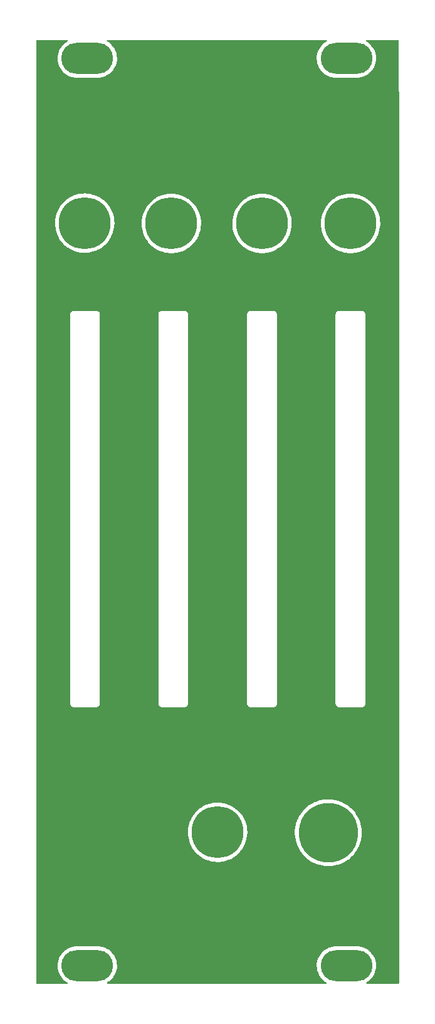
<source format=gbr>
%TF.GenerationSoftware,KiCad,Pcbnew,6.0.11+dfsg-1~bpo11+1*%
%TF.CreationDate,2023-04-14T14:39:14+08:00*%
%TF.ProjectId,MiniMix - Front,4d696e69-4d69-4782-902d-2046726f6e74,rev?*%
%TF.SameCoordinates,Original*%
%TF.FileFunction,Copper,L1,Top*%
%TF.FilePolarity,Positive*%
%FSLAX46Y46*%
G04 Gerber Fmt 4.6, Leading zero omitted, Abs format (unit mm)*
G04 Created by KiCad (PCBNEW 6.0.11+dfsg-1~bpo11+1) date 2023-04-14 14:39:14*
%MOMM*%
%LPD*%
G01*
G04 APERTURE LIST*
%TA.AperFunction,ComponentPad*%
%ADD10C,7.000000*%
%TD*%
%TA.AperFunction,ComponentPad*%
%ADD11C,8.000000*%
%TD*%
%TA.AperFunction,ComponentPad*%
%ADD12O,7.000000X4.200000*%
%TD*%
G04 APERTURE END LIST*
D10*
%TO.P,REF\u002A\u002A,*%
%TO.N,*%
X115000000Y-147500000D03*
%TD*%
%TO.P,REF\u002A\u002A,*%
%TO.N,*%
X97050000Y-65250000D03*
%TD*%
%TO.P,REF\u002A\u002A,*%
%TO.N,*%
X132950000Y-65300000D03*
%TD*%
%TO.P,REF\u002A\u002A,*%
%TO.N,*%
X121000000Y-65300000D03*
%TD*%
D11*
%TO.P,REF\u002A\u002A,*%
%TO.N,*%
X129950000Y-147550000D03*
%TD*%
D10*
%TO.P,REF\u002A\u002A,*%
%TO.N,*%
X108750000Y-65300000D03*
%TD*%
D12*
%TO.P,REF\u002A\u002A,*%
%TO.N,*%
X97400000Y-165500000D03*
X132400000Y-165500000D03*
X97400000Y-43000000D03*
X132400000Y-43000000D03*
%TD*%
%TA.AperFunction,NonConductor*%
G36*
X129708471Y-40520002D02*
G01*
X129754964Y-40573658D01*
X129765068Y-40643932D01*
X129735574Y-40708512D01*
X129706186Y-40733432D01*
X129698432Y-40738184D01*
X129584224Y-40808171D01*
X129500983Y-40859181D01*
X129497979Y-40861571D01*
X129497974Y-40861574D01*
X129329370Y-40995688D01*
X129251256Y-41057823D01*
X129027599Y-41285418D01*
X129025254Y-41288474D01*
X128888195Y-41467093D01*
X128833346Y-41538573D01*
X128671393Y-41813515D01*
X128544154Y-42106145D01*
X128453526Y-42412100D01*
X128400860Y-42726819D01*
X128386941Y-43045611D01*
X128411977Y-43363723D01*
X128475594Y-43676412D01*
X128576845Y-43979018D01*
X128714219Y-44267029D01*
X128885669Y-44536151D01*
X128888112Y-44539114D01*
X128888113Y-44539116D01*
X129035016Y-44717323D01*
X129088639Y-44782373D01*
X129320102Y-45002024D01*
X129576609Y-45191829D01*
X129579942Y-45193715D01*
X129579947Y-45193718D01*
X129739104Y-45283765D01*
X129854336Y-45348960D01*
X129857879Y-45350427D01*
X129857884Y-45350430D01*
X130035032Y-45423806D01*
X130149142Y-45471072D01*
X130251532Y-45499467D01*
X130452916Y-45555317D01*
X130452924Y-45555319D01*
X130456632Y-45556347D01*
X130772222Y-45603512D01*
X130775520Y-45603656D01*
X130885090Y-45608440D01*
X130885094Y-45608440D01*
X130886466Y-45608500D01*
X133881047Y-45608500D01*
X134118500Y-45593977D01*
X134122283Y-45593276D01*
X134122290Y-45593275D01*
X134275376Y-45564901D01*
X134432252Y-45535826D01*
X134642300Y-45469598D01*
X134732907Y-45441030D01*
X134732910Y-45441029D01*
X134736579Y-45439872D01*
X134740076Y-45438278D01*
X134740082Y-45438276D01*
X135023436Y-45309145D01*
X135023440Y-45309143D01*
X135026944Y-45307546D01*
X135212694Y-45193718D01*
X135295739Y-45142828D01*
X135295742Y-45142826D01*
X135299017Y-45140819D01*
X135302021Y-45138429D01*
X135302026Y-45138426D01*
X135545733Y-44944572D01*
X135548744Y-44942177D01*
X135772401Y-44714582D01*
X135909316Y-44536151D01*
X135964304Y-44464490D01*
X135964306Y-44464486D01*
X135966654Y-44461427D01*
X136128607Y-44186485D01*
X136255846Y-43893855D01*
X136346474Y-43587900D01*
X136399140Y-43273181D01*
X136413059Y-42954389D01*
X136388023Y-42636277D01*
X136324406Y-42323588D01*
X136223155Y-42020982D01*
X136085781Y-41732971D01*
X135914331Y-41463849D01*
X135767244Y-41285418D01*
X135713804Y-41220590D01*
X135713800Y-41220585D01*
X135711361Y-41217627D01*
X135479898Y-40997976D01*
X135223391Y-40808171D01*
X135220058Y-40806285D01*
X135220053Y-40806282D01*
X135095238Y-40735665D01*
X135045799Y-40684711D01*
X135031755Y-40615118D01*
X135057566Y-40548979D01*
X135115036Y-40507294D01*
X135157284Y-40500000D01*
X139366009Y-40500000D01*
X139434130Y-40520002D01*
X139480623Y-40573658D01*
X139492009Y-40625902D01*
X139492472Y-41220590D01*
X139494619Y-43979018D01*
X139500000Y-50894048D01*
X139500000Y-167836500D01*
X139479998Y-167904621D01*
X139426342Y-167951114D01*
X139374076Y-167962499D01*
X135216932Y-167964942D01*
X135148802Y-167944980D01*
X135102277Y-167891352D01*
X135092132Y-167821084D01*
X135121587Y-167756485D01*
X135151025Y-167731509D01*
X135295739Y-167642828D01*
X135295742Y-167642826D01*
X135299017Y-167640819D01*
X135302021Y-167638429D01*
X135302026Y-167638426D01*
X135545733Y-167444572D01*
X135548744Y-167442177D01*
X135772401Y-167214582D01*
X135909316Y-167036151D01*
X135964304Y-166964490D01*
X135964306Y-166964486D01*
X135966654Y-166961427D01*
X136128607Y-166686485D01*
X136255846Y-166393855D01*
X136346474Y-166087900D01*
X136399140Y-165773181D01*
X136413059Y-165454389D01*
X136388023Y-165136277D01*
X136324406Y-164823588D01*
X136223155Y-164520982D01*
X136085781Y-164232971D01*
X135914331Y-163963849D01*
X135767244Y-163785418D01*
X135713804Y-163720590D01*
X135713800Y-163720585D01*
X135711361Y-163717627D01*
X135479898Y-163497976D01*
X135223391Y-163308171D01*
X135220058Y-163306285D01*
X135220053Y-163306282D01*
X135022417Y-163194465D01*
X134945664Y-163151040D01*
X134942121Y-163149573D01*
X134942116Y-163149570D01*
X134723386Y-163058970D01*
X134650858Y-163028928D01*
X134548468Y-163000533D01*
X134347084Y-162944683D01*
X134347076Y-162944681D01*
X134343368Y-162943653D01*
X134027778Y-162896488D01*
X134024480Y-162896344D01*
X133914910Y-162891560D01*
X133914906Y-162891560D01*
X133913534Y-162891500D01*
X130918953Y-162891500D01*
X130681500Y-162906023D01*
X130677717Y-162906724D01*
X130677710Y-162906725D01*
X130524624Y-162935098D01*
X130367748Y-162964174D01*
X130186491Y-163021324D01*
X130067093Y-163058970D01*
X130067090Y-163058971D01*
X130063421Y-163060128D01*
X130059924Y-163061722D01*
X130059918Y-163061724D01*
X129776564Y-163190855D01*
X129776560Y-163190857D01*
X129773056Y-163192454D01*
X129769777Y-163194464D01*
X129769774Y-163194465D01*
X129584224Y-163308171D01*
X129500983Y-163359181D01*
X129497979Y-163361571D01*
X129497974Y-163361574D01*
X129329370Y-163495688D01*
X129251256Y-163557823D01*
X129027599Y-163785418D01*
X129025254Y-163788474D01*
X128888195Y-163967093D01*
X128833346Y-164038573D01*
X128671393Y-164313515D01*
X128544154Y-164606145D01*
X128453526Y-164912100D01*
X128400860Y-165226819D01*
X128386941Y-165545611D01*
X128411977Y-165863723D01*
X128475594Y-166176412D01*
X128576845Y-166479018D01*
X128714219Y-166767029D01*
X128885669Y-167036151D01*
X128888112Y-167039114D01*
X128888113Y-167039116D01*
X129035016Y-167217323D01*
X129088639Y-167282373D01*
X129320102Y-167502024D01*
X129576609Y-167691829D01*
X129579942Y-167693715D01*
X129579947Y-167693718D01*
X129648641Y-167732583D01*
X129698080Y-167783537D01*
X129712124Y-167853130D01*
X129686313Y-167919269D01*
X129628843Y-167960954D01*
X129586669Y-167968248D01*
X100183355Y-167985519D01*
X100115223Y-167965557D01*
X100068698Y-167911929D01*
X100058553Y-167841661D01*
X100088008Y-167777062D01*
X100117446Y-167752086D01*
X100295739Y-167642828D01*
X100295742Y-167642826D01*
X100299017Y-167640819D01*
X100302021Y-167638429D01*
X100302026Y-167638426D01*
X100545733Y-167444572D01*
X100548744Y-167442177D01*
X100772401Y-167214582D01*
X100909316Y-167036151D01*
X100964304Y-166964490D01*
X100964306Y-166964486D01*
X100966654Y-166961427D01*
X101128607Y-166686485D01*
X101255846Y-166393855D01*
X101346474Y-166087900D01*
X101399140Y-165773181D01*
X101413059Y-165454389D01*
X101388023Y-165136277D01*
X101324406Y-164823588D01*
X101223155Y-164520982D01*
X101085781Y-164232971D01*
X100914331Y-163963849D01*
X100767244Y-163785418D01*
X100713804Y-163720590D01*
X100713800Y-163720585D01*
X100711361Y-163717627D01*
X100479898Y-163497976D01*
X100223391Y-163308171D01*
X100220058Y-163306285D01*
X100220053Y-163306282D01*
X100022417Y-163194465D01*
X99945664Y-163151040D01*
X99942121Y-163149573D01*
X99942116Y-163149570D01*
X99723386Y-163058970D01*
X99650858Y-163028928D01*
X99548468Y-163000533D01*
X99347084Y-162944683D01*
X99347076Y-162944681D01*
X99343368Y-162943653D01*
X99027778Y-162896488D01*
X99024480Y-162896344D01*
X98914910Y-162891560D01*
X98914906Y-162891560D01*
X98913534Y-162891500D01*
X95918953Y-162891500D01*
X95681500Y-162906023D01*
X95677717Y-162906724D01*
X95677710Y-162906725D01*
X95524624Y-162935098D01*
X95367748Y-162964174D01*
X95186491Y-163021324D01*
X95067093Y-163058970D01*
X95067090Y-163058971D01*
X95063421Y-163060128D01*
X95059924Y-163061722D01*
X95059918Y-163061724D01*
X94776564Y-163190855D01*
X94776560Y-163190857D01*
X94773056Y-163192454D01*
X94769777Y-163194464D01*
X94769774Y-163194465D01*
X94584224Y-163308171D01*
X94500983Y-163359181D01*
X94497979Y-163361571D01*
X94497974Y-163361574D01*
X94329370Y-163495688D01*
X94251256Y-163557823D01*
X94027599Y-163785418D01*
X94025254Y-163788474D01*
X93888195Y-163967093D01*
X93833346Y-164038573D01*
X93671393Y-164313515D01*
X93544154Y-164606145D01*
X93453526Y-164912100D01*
X93400860Y-165226819D01*
X93386941Y-165545611D01*
X93411977Y-165863723D01*
X93475594Y-166176412D01*
X93576845Y-166479018D01*
X93714219Y-166767029D01*
X93885669Y-167036151D01*
X93888112Y-167039114D01*
X93888113Y-167039116D01*
X94035016Y-167217323D01*
X94088639Y-167282373D01*
X94320102Y-167502024D01*
X94576609Y-167691829D01*
X94579942Y-167693715D01*
X94579947Y-167693718D01*
X94684940Y-167753120D01*
X94734379Y-167804074D01*
X94748423Y-167873667D01*
X94722612Y-167939806D01*
X94665142Y-167981491D01*
X94622969Y-167988785D01*
X90634574Y-167991128D01*
X90566442Y-167971166D01*
X90519917Y-167917538D01*
X90508500Y-167865128D01*
X90508500Y-147443965D01*
X110987057Y-147443965D01*
X110987165Y-147447054D01*
X110996360Y-147710360D01*
X111000741Y-147835827D01*
X111052599Y-148224484D01*
X111142136Y-148606225D01*
X111268496Y-148977407D01*
X111430475Y-149334487D01*
X111626525Y-149674056D01*
X111628314Y-149676554D01*
X111628316Y-149676558D01*
X111838895Y-149970691D01*
X111854776Y-149992874D01*
X111856802Y-149995189D01*
X111856805Y-149995192D01*
X111966040Y-150119970D01*
X112113049Y-150287896D01*
X112398878Y-150556308D01*
X112709536Y-150795546D01*
X112712139Y-150797173D01*
X112712144Y-150797176D01*
X112831576Y-150871805D01*
X113042056Y-151003328D01*
X113393266Y-151177670D01*
X113759812Y-151316907D01*
X114138195Y-151419712D01*
X114436419Y-151470153D01*
X114521783Y-151484591D01*
X114521786Y-151484591D01*
X114524805Y-151485102D01*
X114679444Y-151495916D01*
X114912885Y-151512240D01*
X114912893Y-151512240D01*
X114915951Y-151512454D01*
X115168037Y-151505413D01*
X115304825Y-151501592D01*
X115304828Y-151501592D01*
X115307899Y-151501506D01*
X115310952Y-151501120D01*
X115310956Y-151501120D01*
X115452576Y-151483229D01*
X115696908Y-151452362D01*
X115699912Y-151451680D01*
X115699915Y-151451679D01*
X116076269Y-151366174D01*
X116076275Y-151366172D01*
X116079265Y-151365493D01*
X116082184Y-151364522D01*
X116448396Y-151242700D01*
X116448402Y-151242698D01*
X116451320Y-151241727D01*
X116538484Y-151202919D01*
X116806722Y-151083492D01*
X116806728Y-151083489D01*
X116809522Y-151082245D01*
X116812191Y-151080729D01*
X117147784Y-150890086D01*
X117147790Y-150890083D01*
X117150452Y-150888570D01*
X117290118Y-150790047D01*
X117468342Y-150664323D01*
X117468346Y-150664320D01*
X117470855Y-150662550D01*
X117767674Y-150406344D01*
X117816001Y-150355596D01*
X118035957Y-150124618D01*
X118038074Y-150122395D01*
X118160351Y-149965888D01*
X118277565Y-149815860D01*
X118277567Y-149815857D01*
X118279475Y-149813415D01*
X118489574Y-149482354D01*
X118666363Y-149132370D01*
X118726469Y-148977407D01*
X118807041Y-148769681D01*
X118807044Y-148769672D01*
X118808156Y-148766805D01*
X118913600Y-148389148D01*
X118981688Y-148003004D01*
X118994788Y-147832747D01*
X119004425Y-147707512D01*
X125439433Y-147707512D01*
X125439662Y-147710357D01*
X125439662Y-147710360D01*
X125467465Y-148055910D01*
X125472273Y-148115668D01*
X125541969Y-148519168D01*
X125647949Y-148914691D01*
X125789340Y-149298980D01*
X125790565Y-149301560D01*
X125790568Y-149301567D01*
X125877649Y-149484958D01*
X125964979Y-149668874D01*
X126048911Y-149810796D01*
X126156592Y-149992874D01*
X126173418Y-150021326D01*
X126175080Y-150023630D01*
X126175081Y-150023632D01*
X126244563Y-150119970D01*
X126412944Y-150353436D01*
X126681584Y-150662471D01*
X126977126Y-150945886D01*
X126979344Y-150947656D01*
X126979349Y-150947661D01*
X127049082Y-151003328D01*
X127297139Y-151201349D01*
X127299520Y-151202919D01*
X127628305Y-151419712D01*
X127638989Y-151426757D01*
X127641519Y-151428113D01*
X127641518Y-151428113D01*
X127948340Y-151592630D01*
X127999860Y-151620255D01*
X128376784Y-151780250D01*
X128379522Y-151781129D01*
X128763931Y-151904549D01*
X128763935Y-151904550D01*
X128766657Y-151905424D01*
X128769447Y-151906048D01*
X128769452Y-151906049D01*
X129163477Y-151994125D01*
X129163488Y-151994127D01*
X129166271Y-151994749D01*
X129572335Y-152047487D01*
X129981509Y-152063206D01*
X129984371Y-152063056D01*
X129984372Y-152063056D01*
X130387566Y-152041926D01*
X130387573Y-152041925D01*
X130390422Y-152041776D01*
X130393245Y-152041369D01*
X130393247Y-152041369D01*
X130792889Y-151983780D01*
X130792896Y-151983779D01*
X130795711Y-151983373D01*
X131194038Y-151888478D01*
X131196736Y-151887570D01*
X131196743Y-151887568D01*
X131579414Y-151758785D01*
X131579420Y-151758783D01*
X131582126Y-151757872D01*
X131956779Y-151592630D01*
X132314914Y-151394113D01*
X132537712Y-151242700D01*
X132651198Y-151165575D01*
X132651200Y-151165573D01*
X132653583Y-151163954D01*
X132753057Y-151082245D01*
X132967779Y-150905870D01*
X132967783Y-150905867D01*
X132969998Y-150904047D01*
X132972036Y-150902038D01*
X132972043Y-150902031D01*
X133213093Y-150664323D01*
X133261555Y-150616533D01*
X133441062Y-150404116D01*
X133524008Y-150305963D01*
X133524013Y-150305957D01*
X133525854Y-150303778D01*
X133760719Y-149968356D01*
X133964217Y-149613027D01*
X134091743Y-149334487D01*
X134133485Y-149243316D01*
X134133488Y-149243307D01*
X134134674Y-149240718D01*
X134270685Y-148854492D01*
X134371133Y-148457528D01*
X134381964Y-148389148D01*
X134434743Y-148055910D01*
X134435189Y-148053095D01*
X134462326Y-147644520D01*
X134463316Y-147550000D01*
X134444741Y-147140947D01*
X134433067Y-147055720D01*
X134389556Y-146738087D01*
X134389169Y-146735260D01*
X134297057Y-146336280D01*
X134279733Y-146283590D01*
X134170057Y-145950005D01*
X134170054Y-145949998D01*
X134169164Y-145947290D01*
X134006542Y-145571492D01*
X133810529Y-145211980D01*
X133730190Y-145091971D01*
X133584332Y-144874090D01*
X133584324Y-144874079D01*
X133582740Y-144871713D01*
X133325049Y-144553491D01*
X133148806Y-144372256D01*
X133041567Y-144261980D01*
X133041563Y-144261976D01*
X133039577Y-144259934D01*
X133037419Y-144258084D01*
X133037409Y-144258075D01*
X132730849Y-143995321D01*
X132730844Y-143995317D01*
X132728675Y-143993458D01*
X132726344Y-143991801D01*
X132726337Y-143991796D01*
X132520663Y-143845632D01*
X132394900Y-143756257D01*
X132168345Y-143624399D01*
X132043474Y-143551722D01*
X132043469Y-143551719D01*
X132041001Y-143550283D01*
X131806846Y-143441095D01*
X131672487Y-143378442D01*
X131672477Y-143378438D01*
X131669891Y-143377232D01*
X131667194Y-143376261D01*
X131287314Y-143239495D01*
X131287305Y-143239492D01*
X131284624Y-143238527D01*
X131022247Y-143170183D01*
X130891140Y-143136032D01*
X130891134Y-143136031D01*
X130888371Y-143135311D01*
X130484395Y-143068433D01*
X130481552Y-143068224D01*
X130481550Y-143068224D01*
X130078865Y-143038653D01*
X130076019Y-143038444D01*
X129906043Y-143041411D01*
X129669458Y-143045540D01*
X129669453Y-143045540D01*
X129666607Y-143045590D01*
X129663774Y-143045898D01*
X129663770Y-143045898D01*
X129334896Y-143081625D01*
X129259527Y-143089813D01*
X128858130Y-143170749D01*
X128855402Y-143171562D01*
X128855391Y-143171565D01*
X128542867Y-143264733D01*
X128465721Y-143287731D01*
X128463060Y-143288795D01*
X128463058Y-143288796D01*
X128238927Y-143378442D01*
X128085529Y-143439797D01*
X128082982Y-143441095D01*
X127723227Y-143624399D01*
X127723222Y-143624402D01*
X127720684Y-143625695D01*
X127718265Y-143627218D01*
X127718262Y-143627220D01*
X127547436Y-143734795D01*
X127374189Y-143843894D01*
X127048896Y-144092599D01*
X126747483Y-144369763D01*
X126472430Y-144673104D01*
X126470706Y-144675391D01*
X126470705Y-144675393D01*
X126284329Y-144922723D01*
X126226002Y-145000125D01*
X126010227Y-145348135D01*
X126008947Y-145350691D01*
X126008942Y-145350700D01*
X125876163Y-145615854D01*
X125826881Y-145714269D01*
X125825840Y-145716925D01*
X125825837Y-145716932D01*
X125735561Y-145947290D01*
X125677473Y-146095513D01*
X125676681Y-146098240D01*
X125676677Y-146098251D01*
X125606715Y-146339063D01*
X125563233Y-146488729D01*
X125485101Y-146890681D01*
X125443721Y-147298060D01*
X125439433Y-147707512D01*
X119004425Y-147707512D01*
X119011619Y-147614013D01*
X119011619Y-147614002D01*
X119011769Y-147612059D01*
X119013334Y-147500000D01*
X119010594Y-147443965D01*
X118994330Y-147111440D01*
X118994180Y-147108367D01*
X118936901Y-146720473D01*
X118842043Y-146340019D01*
X118710512Y-145970637D01*
X118543564Y-145615854D01*
X118541997Y-145613225D01*
X118541992Y-145613216D01*
X118344361Y-145281689D01*
X118342791Y-145279055D01*
X118340977Y-145276595D01*
X118340972Y-145276587D01*
X118111933Y-144965926D01*
X118111931Y-144965923D01*
X118110111Y-144963455D01*
X117847744Y-144672068D01*
X117558195Y-144407673D01*
X117244228Y-144172795D01*
X117196015Y-144143596D01*
X116911467Y-143971267D01*
X116911458Y-143971262D01*
X116908839Y-143969676D01*
X116555229Y-143800255D01*
X116552339Y-143799203D01*
X116552334Y-143799201D01*
X116189674Y-143667204D01*
X116189671Y-143667203D01*
X116186775Y-143666149D01*
X115910563Y-143595229D01*
X115809977Y-143569403D01*
X115809974Y-143569402D01*
X115806993Y-143568637D01*
X115419508Y-143508651D01*
X115028018Y-143486764D01*
X115024939Y-143486893D01*
X115024936Y-143486893D01*
X114769188Y-143497612D01*
X114636261Y-143503183D01*
X114633217Y-143503611D01*
X114633215Y-143503611D01*
X114422778Y-143533186D01*
X114247976Y-143557753D01*
X113866869Y-143649953D01*
X113496579Y-143778902D01*
X113140638Y-143943369D01*
X112802446Y-144141785D01*
X112642444Y-144258033D01*
X112487711Y-144370453D01*
X112487705Y-144370458D01*
X112485230Y-144372256D01*
X112482944Y-144374285D01*
X112482941Y-144374288D01*
X112403123Y-144445154D01*
X112192017Y-144632583D01*
X112189938Y-144634828D01*
X112189931Y-144634835D01*
X111968379Y-144874090D01*
X111925608Y-144920279D01*
X111688544Y-145232599D01*
X111483089Y-145566562D01*
X111311203Y-145918980D01*
X111310131Y-145921864D01*
X111310130Y-145921865D01*
X111300675Y-145947290D01*
X111174527Y-146286489D01*
X111074367Y-146665581D01*
X111011677Y-147052638D01*
X111011483Y-147055718D01*
X111011483Y-147055720D01*
X111007978Y-147111440D01*
X110987057Y-147443965D01*
X90508500Y-147443965D01*
X90508500Y-130169721D01*
X95091024Y-130169721D01*
X95093491Y-130178352D01*
X95099150Y-130198153D01*
X95102728Y-130214915D01*
X95106920Y-130244187D01*
X95110634Y-130252355D01*
X95110634Y-130252356D01*
X95117548Y-130267562D01*
X95123996Y-130285086D01*
X95131051Y-130309771D01*
X95135843Y-130317365D01*
X95135844Y-130317368D01*
X95146830Y-130334780D01*
X95154969Y-130349863D01*
X95167208Y-130376782D01*
X95173069Y-130383584D01*
X95183970Y-130396235D01*
X95195073Y-130411239D01*
X95208776Y-130432958D01*
X95215501Y-130438897D01*
X95215504Y-130438901D01*
X95230938Y-130452532D01*
X95242982Y-130464724D01*
X95256427Y-130480327D01*
X95256430Y-130480329D01*
X95262287Y-130487127D01*
X95269816Y-130492007D01*
X95269817Y-130492008D01*
X95283835Y-130501094D01*
X95298709Y-130512385D01*
X95311217Y-130523431D01*
X95317951Y-130529378D01*
X95344711Y-130541942D01*
X95359691Y-130550263D01*
X95376983Y-130561471D01*
X95376988Y-130561473D01*
X95384515Y-130566352D01*
X95393108Y-130568922D01*
X95393113Y-130568924D01*
X95409120Y-130573711D01*
X95426564Y-130580372D01*
X95441676Y-130587467D01*
X95441678Y-130587468D01*
X95449800Y-130591281D01*
X95458667Y-130592662D01*
X95458668Y-130592662D01*
X95461353Y-130593080D01*
X95479017Y-130595830D01*
X95495732Y-130599613D01*
X95515466Y-130605515D01*
X95515472Y-130605516D01*
X95524066Y-130608086D01*
X95533037Y-130608141D01*
X95533038Y-130608141D01*
X95543097Y-130608202D01*
X95558506Y-130608296D01*
X95559289Y-130608329D01*
X95560386Y-130608500D01*
X95591377Y-130608500D01*
X95592147Y-130608502D01*
X95665785Y-130608952D01*
X95665786Y-130608952D01*
X95669721Y-130608976D01*
X95671065Y-130608592D01*
X95672410Y-130608500D01*
X98591377Y-130608500D01*
X98592148Y-130608502D01*
X98669721Y-130608976D01*
X98698152Y-130600850D01*
X98714915Y-130597272D01*
X98715753Y-130597152D01*
X98744187Y-130593080D01*
X98767564Y-130582451D01*
X98785087Y-130576004D01*
X98809771Y-130568949D01*
X98817365Y-130564157D01*
X98817368Y-130564156D01*
X98834780Y-130553170D01*
X98849865Y-130545030D01*
X98876782Y-130532792D01*
X98896235Y-130516030D01*
X98911239Y-130504927D01*
X98932958Y-130491224D01*
X98938897Y-130484499D01*
X98938901Y-130484496D01*
X98952532Y-130469062D01*
X98964724Y-130457018D01*
X98980327Y-130443573D01*
X98980329Y-130443570D01*
X98987127Y-130437713D01*
X99001094Y-130416165D01*
X99012385Y-130401291D01*
X99023431Y-130388783D01*
X99023432Y-130388782D01*
X99029378Y-130382049D01*
X99041943Y-130355287D01*
X99050263Y-130340309D01*
X99061471Y-130323017D01*
X99061473Y-130323012D01*
X99066352Y-130315485D01*
X99068922Y-130306892D01*
X99068924Y-130306887D01*
X99073711Y-130290880D01*
X99080372Y-130273436D01*
X99087467Y-130258324D01*
X99087468Y-130258322D01*
X99091281Y-130250200D01*
X99095830Y-130220983D01*
X99099613Y-130204268D01*
X99105515Y-130184534D01*
X99105516Y-130184528D01*
X99108086Y-130175934D01*
X99108124Y-130169721D01*
X106991024Y-130169721D01*
X106993491Y-130178352D01*
X106999150Y-130198153D01*
X107002728Y-130214915D01*
X107006920Y-130244187D01*
X107010634Y-130252355D01*
X107010634Y-130252356D01*
X107017548Y-130267562D01*
X107023996Y-130285086D01*
X107031051Y-130309771D01*
X107035843Y-130317365D01*
X107035844Y-130317368D01*
X107046830Y-130334780D01*
X107054969Y-130349863D01*
X107067208Y-130376782D01*
X107073069Y-130383584D01*
X107083970Y-130396235D01*
X107095073Y-130411239D01*
X107108776Y-130432958D01*
X107115501Y-130438897D01*
X107115504Y-130438901D01*
X107130938Y-130452532D01*
X107142982Y-130464724D01*
X107156427Y-130480327D01*
X107156430Y-130480329D01*
X107162287Y-130487127D01*
X107169816Y-130492007D01*
X107169817Y-130492008D01*
X107183835Y-130501094D01*
X107198709Y-130512385D01*
X107211217Y-130523431D01*
X107217951Y-130529378D01*
X107244711Y-130541942D01*
X107259691Y-130550263D01*
X107276983Y-130561471D01*
X107276988Y-130561473D01*
X107284515Y-130566352D01*
X107293108Y-130568922D01*
X107293113Y-130568924D01*
X107309120Y-130573711D01*
X107326564Y-130580372D01*
X107341676Y-130587467D01*
X107341678Y-130587468D01*
X107349800Y-130591281D01*
X107358667Y-130592662D01*
X107358668Y-130592662D01*
X107361353Y-130593080D01*
X107379017Y-130595830D01*
X107395732Y-130599613D01*
X107415466Y-130605515D01*
X107415472Y-130605516D01*
X107424066Y-130608086D01*
X107433037Y-130608141D01*
X107433038Y-130608141D01*
X107443097Y-130608202D01*
X107458506Y-130608296D01*
X107459289Y-130608329D01*
X107460386Y-130608500D01*
X107491377Y-130608500D01*
X107492147Y-130608502D01*
X107565785Y-130608952D01*
X107565786Y-130608952D01*
X107569721Y-130608976D01*
X107571065Y-130608592D01*
X107572410Y-130608500D01*
X110491377Y-130608500D01*
X110492148Y-130608502D01*
X110569721Y-130608976D01*
X110598152Y-130600850D01*
X110614915Y-130597272D01*
X110615753Y-130597152D01*
X110644187Y-130593080D01*
X110667564Y-130582451D01*
X110685087Y-130576004D01*
X110709771Y-130568949D01*
X110717365Y-130564157D01*
X110717368Y-130564156D01*
X110734780Y-130553170D01*
X110749865Y-130545030D01*
X110776782Y-130532792D01*
X110796235Y-130516030D01*
X110811239Y-130504927D01*
X110832958Y-130491224D01*
X110838897Y-130484499D01*
X110838901Y-130484496D01*
X110852532Y-130469062D01*
X110864724Y-130457018D01*
X110880327Y-130443573D01*
X110880329Y-130443570D01*
X110887127Y-130437713D01*
X110901094Y-130416165D01*
X110912385Y-130401291D01*
X110923431Y-130388783D01*
X110923432Y-130388782D01*
X110929378Y-130382049D01*
X110941943Y-130355287D01*
X110950263Y-130340309D01*
X110961471Y-130323017D01*
X110961473Y-130323012D01*
X110966352Y-130315485D01*
X110968922Y-130306892D01*
X110968924Y-130306887D01*
X110973711Y-130290880D01*
X110980372Y-130273436D01*
X110987467Y-130258324D01*
X110987468Y-130258322D01*
X110991281Y-130250200D01*
X110995830Y-130220983D01*
X110999613Y-130204268D01*
X111005515Y-130184534D01*
X111005516Y-130184528D01*
X111008086Y-130175934D01*
X111008124Y-130169721D01*
X118991024Y-130169721D01*
X118993491Y-130178352D01*
X118999150Y-130198153D01*
X119002728Y-130214915D01*
X119006920Y-130244187D01*
X119010634Y-130252355D01*
X119010634Y-130252356D01*
X119017548Y-130267562D01*
X119023996Y-130285086D01*
X119031051Y-130309771D01*
X119035843Y-130317365D01*
X119035844Y-130317368D01*
X119046830Y-130334780D01*
X119054969Y-130349863D01*
X119067208Y-130376782D01*
X119073069Y-130383584D01*
X119083970Y-130396235D01*
X119095073Y-130411239D01*
X119108776Y-130432958D01*
X119115501Y-130438897D01*
X119115504Y-130438901D01*
X119130938Y-130452532D01*
X119142982Y-130464724D01*
X119156427Y-130480327D01*
X119156430Y-130480329D01*
X119162287Y-130487127D01*
X119169816Y-130492007D01*
X119169817Y-130492008D01*
X119183835Y-130501094D01*
X119198709Y-130512385D01*
X119211217Y-130523431D01*
X119217951Y-130529378D01*
X119244711Y-130541942D01*
X119259691Y-130550263D01*
X119276983Y-130561471D01*
X119276988Y-130561473D01*
X119284515Y-130566352D01*
X119293108Y-130568922D01*
X119293113Y-130568924D01*
X119309120Y-130573711D01*
X119326564Y-130580372D01*
X119341676Y-130587467D01*
X119341678Y-130587468D01*
X119349800Y-130591281D01*
X119358667Y-130592662D01*
X119358668Y-130592662D01*
X119361353Y-130593080D01*
X119379017Y-130595830D01*
X119395732Y-130599613D01*
X119415466Y-130605515D01*
X119415472Y-130605516D01*
X119424066Y-130608086D01*
X119433037Y-130608141D01*
X119433038Y-130608141D01*
X119443097Y-130608202D01*
X119458506Y-130608296D01*
X119459289Y-130608329D01*
X119460386Y-130608500D01*
X119491377Y-130608500D01*
X119492147Y-130608502D01*
X119565785Y-130608952D01*
X119565786Y-130608952D01*
X119569721Y-130608976D01*
X119571065Y-130608592D01*
X119572410Y-130608500D01*
X122491377Y-130608500D01*
X122492148Y-130608502D01*
X122569721Y-130608976D01*
X122598152Y-130600850D01*
X122614915Y-130597272D01*
X122615753Y-130597152D01*
X122644187Y-130593080D01*
X122667564Y-130582451D01*
X122685087Y-130576004D01*
X122709771Y-130568949D01*
X122717365Y-130564157D01*
X122717368Y-130564156D01*
X122734780Y-130553170D01*
X122749865Y-130545030D01*
X122776782Y-130532792D01*
X122796235Y-130516030D01*
X122811239Y-130504927D01*
X122832958Y-130491224D01*
X122838897Y-130484499D01*
X122838901Y-130484496D01*
X122852532Y-130469062D01*
X122864724Y-130457018D01*
X122880327Y-130443573D01*
X122880329Y-130443570D01*
X122887127Y-130437713D01*
X122901094Y-130416165D01*
X122912385Y-130401291D01*
X122923431Y-130388783D01*
X122923432Y-130388782D01*
X122929378Y-130382049D01*
X122941943Y-130355287D01*
X122950263Y-130340309D01*
X122961471Y-130323017D01*
X122961473Y-130323012D01*
X122966352Y-130315485D01*
X122968922Y-130306892D01*
X122968924Y-130306887D01*
X122973711Y-130290880D01*
X122980372Y-130273436D01*
X122987467Y-130258324D01*
X122987468Y-130258322D01*
X122991281Y-130250200D01*
X122995830Y-130220983D01*
X122999613Y-130204268D01*
X123005515Y-130184534D01*
X123005516Y-130184528D01*
X123008086Y-130175934D01*
X123008124Y-130169721D01*
X130941024Y-130169721D01*
X130943491Y-130178352D01*
X130949150Y-130198153D01*
X130952728Y-130214915D01*
X130956920Y-130244187D01*
X130960634Y-130252355D01*
X130960634Y-130252356D01*
X130967548Y-130267562D01*
X130973996Y-130285086D01*
X130981051Y-130309771D01*
X130985843Y-130317365D01*
X130985844Y-130317368D01*
X130996830Y-130334780D01*
X131004969Y-130349863D01*
X131017208Y-130376782D01*
X131023069Y-130383584D01*
X131033970Y-130396235D01*
X131045073Y-130411239D01*
X131058776Y-130432958D01*
X131065501Y-130438897D01*
X131065504Y-130438901D01*
X131080938Y-130452532D01*
X131092982Y-130464724D01*
X131106427Y-130480327D01*
X131106430Y-130480329D01*
X131112287Y-130487127D01*
X131119816Y-130492007D01*
X131119817Y-130492008D01*
X131133835Y-130501094D01*
X131148709Y-130512385D01*
X131161217Y-130523431D01*
X131167951Y-130529378D01*
X131194711Y-130541942D01*
X131209691Y-130550263D01*
X131226983Y-130561471D01*
X131226988Y-130561473D01*
X131234515Y-130566352D01*
X131243108Y-130568922D01*
X131243113Y-130568924D01*
X131259120Y-130573711D01*
X131276564Y-130580372D01*
X131291676Y-130587467D01*
X131291678Y-130587468D01*
X131299800Y-130591281D01*
X131308667Y-130592662D01*
X131308668Y-130592662D01*
X131311353Y-130593080D01*
X131329017Y-130595830D01*
X131345732Y-130599613D01*
X131365466Y-130605515D01*
X131365472Y-130605516D01*
X131374066Y-130608086D01*
X131383037Y-130608141D01*
X131383038Y-130608141D01*
X131393097Y-130608202D01*
X131408506Y-130608296D01*
X131409289Y-130608329D01*
X131410386Y-130608500D01*
X131441377Y-130608500D01*
X131442147Y-130608502D01*
X131515785Y-130608952D01*
X131515786Y-130608952D01*
X131519721Y-130608976D01*
X131521065Y-130608592D01*
X131522410Y-130608500D01*
X134441377Y-130608500D01*
X134442148Y-130608502D01*
X134519721Y-130608976D01*
X134548152Y-130600850D01*
X134564915Y-130597272D01*
X134565753Y-130597152D01*
X134594187Y-130593080D01*
X134617564Y-130582451D01*
X134635087Y-130576004D01*
X134659771Y-130568949D01*
X134667365Y-130564157D01*
X134667368Y-130564156D01*
X134684780Y-130553170D01*
X134699865Y-130545030D01*
X134726782Y-130532792D01*
X134746235Y-130516030D01*
X134761239Y-130504927D01*
X134782958Y-130491224D01*
X134788897Y-130484499D01*
X134788901Y-130484496D01*
X134802532Y-130469062D01*
X134814724Y-130457018D01*
X134830327Y-130443573D01*
X134830329Y-130443570D01*
X134837127Y-130437713D01*
X134851094Y-130416165D01*
X134862385Y-130401291D01*
X134873431Y-130388783D01*
X134873432Y-130388782D01*
X134879378Y-130382049D01*
X134891943Y-130355287D01*
X134900263Y-130340309D01*
X134911471Y-130323017D01*
X134911473Y-130323012D01*
X134916352Y-130315485D01*
X134918922Y-130306892D01*
X134918924Y-130306887D01*
X134923711Y-130290880D01*
X134930372Y-130273436D01*
X134937467Y-130258324D01*
X134937468Y-130258322D01*
X134941281Y-130250200D01*
X134945830Y-130220983D01*
X134949613Y-130204268D01*
X134955515Y-130184534D01*
X134955516Y-130184528D01*
X134958086Y-130175934D01*
X134958296Y-130141494D01*
X134958329Y-130140711D01*
X134958500Y-130139614D01*
X134958500Y-130108623D01*
X134958502Y-130107853D01*
X134958952Y-130034215D01*
X134958952Y-130034214D01*
X134958976Y-130030279D01*
X134958592Y-130028935D01*
X134958500Y-130027590D01*
X134958500Y-77608623D01*
X134958502Y-77607853D01*
X134958800Y-77559102D01*
X134958976Y-77530279D01*
X134950850Y-77501847D01*
X134947272Y-77485085D01*
X134944352Y-77464698D01*
X134943080Y-77455813D01*
X134932451Y-77432436D01*
X134926004Y-77414913D01*
X134921416Y-77398862D01*
X134918949Y-77390229D01*
X134914156Y-77382632D01*
X134903170Y-77365220D01*
X134895030Y-77350135D01*
X134892564Y-77344711D01*
X134882792Y-77323218D01*
X134866030Y-77303765D01*
X134854927Y-77288761D01*
X134841224Y-77267042D01*
X134834499Y-77261103D01*
X134834496Y-77261099D01*
X134819062Y-77247468D01*
X134807018Y-77235276D01*
X134793573Y-77219673D01*
X134793570Y-77219671D01*
X134787713Y-77212873D01*
X134774009Y-77203990D01*
X134766165Y-77198906D01*
X134751291Y-77187615D01*
X134738783Y-77176569D01*
X134738782Y-77176568D01*
X134732049Y-77170622D01*
X134705287Y-77158057D01*
X134690309Y-77149737D01*
X134673017Y-77138529D01*
X134673012Y-77138527D01*
X134665485Y-77133648D01*
X134656892Y-77131078D01*
X134656887Y-77131076D01*
X134640880Y-77126289D01*
X134623436Y-77119628D01*
X134608324Y-77112533D01*
X134608322Y-77112532D01*
X134600200Y-77108719D01*
X134591333Y-77107338D01*
X134591332Y-77107338D01*
X134580478Y-77105648D01*
X134570983Y-77104170D01*
X134554268Y-77100387D01*
X134534534Y-77094485D01*
X134534528Y-77094484D01*
X134525934Y-77091914D01*
X134516963Y-77091859D01*
X134516962Y-77091859D01*
X134506903Y-77091798D01*
X134491494Y-77091704D01*
X134490711Y-77091671D01*
X134489614Y-77091500D01*
X134458623Y-77091500D01*
X134457853Y-77091498D01*
X134384215Y-77091048D01*
X134384214Y-77091048D01*
X134380279Y-77091024D01*
X134378935Y-77091408D01*
X134377590Y-77091500D01*
X131458623Y-77091500D01*
X131457853Y-77091498D01*
X131457037Y-77091493D01*
X131380279Y-77091024D01*
X131357918Y-77097415D01*
X131351847Y-77099150D01*
X131335085Y-77102728D01*
X131305813Y-77106920D01*
X131297645Y-77110634D01*
X131297644Y-77110634D01*
X131282438Y-77117548D01*
X131264914Y-77123996D01*
X131240229Y-77131051D01*
X131232635Y-77135843D01*
X131232632Y-77135844D01*
X131215220Y-77146830D01*
X131200137Y-77154969D01*
X131173218Y-77167208D01*
X131166416Y-77173069D01*
X131153765Y-77183970D01*
X131138761Y-77195073D01*
X131117042Y-77208776D01*
X131111103Y-77215501D01*
X131111099Y-77215504D01*
X131097468Y-77230938D01*
X131085276Y-77242982D01*
X131069673Y-77256427D01*
X131069671Y-77256430D01*
X131062873Y-77262287D01*
X131057993Y-77269816D01*
X131057992Y-77269817D01*
X131048906Y-77283835D01*
X131037615Y-77298709D01*
X131026569Y-77311217D01*
X131020622Y-77317951D01*
X131014312Y-77331391D01*
X131008058Y-77344711D01*
X130999737Y-77359691D01*
X130988529Y-77376983D01*
X130988527Y-77376988D01*
X130983648Y-77384515D01*
X130981078Y-77393108D01*
X130981076Y-77393113D01*
X130976289Y-77409120D01*
X130969628Y-77426564D01*
X130962533Y-77441676D01*
X130958719Y-77449800D01*
X130957338Y-77458667D01*
X130957338Y-77458668D01*
X130954170Y-77479015D01*
X130950387Y-77495732D01*
X130944485Y-77515466D01*
X130944484Y-77515472D01*
X130941914Y-77524066D01*
X130941859Y-77533037D01*
X130941859Y-77533038D01*
X130941704Y-77558497D01*
X130941671Y-77559289D01*
X130941500Y-77560386D01*
X130941500Y-77591377D01*
X130941498Y-77592147D01*
X130941024Y-77669721D01*
X130941408Y-77671065D01*
X130941500Y-77672410D01*
X130941500Y-130091377D01*
X130941498Y-130092147D01*
X130941024Y-130169721D01*
X123008124Y-130169721D01*
X123008296Y-130141494D01*
X123008329Y-130140711D01*
X123008500Y-130139614D01*
X123008500Y-130108623D01*
X123008502Y-130107853D01*
X123008952Y-130034215D01*
X123008952Y-130034214D01*
X123008976Y-130030279D01*
X123008592Y-130028935D01*
X123008500Y-130027590D01*
X123008500Y-77608623D01*
X123008502Y-77607853D01*
X123008800Y-77559102D01*
X123008976Y-77530279D01*
X123000850Y-77501847D01*
X122997272Y-77485085D01*
X122994352Y-77464698D01*
X122993080Y-77455813D01*
X122982451Y-77432436D01*
X122976004Y-77414913D01*
X122971416Y-77398862D01*
X122968949Y-77390229D01*
X122964156Y-77382632D01*
X122953170Y-77365220D01*
X122945030Y-77350135D01*
X122942564Y-77344711D01*
X122932792Y-77323218D01*
X122916030Y-77303765D01*
X122904927Y-77288761D01*
X122891224Y-77267042D01*
X122884499Y-77261103D01*
X122884496Y-77261099D01*
X122869062Y-77247468D01*
X122857018Y-77235276D01*
X122843573Y-77219673D01*
X122843570Y-77219671D01*
X122837713Y-77212873D01*
X122824009Y-77203990D01*
X122816165Y-77198906D01*
X122801291Y-77187615D01*
X122788783Y-77176569D01*
X122788782Y-77176568D01*
X122782049Y-77170622D01*
X122755287Y-77158057D01*
X122740309Y-77149737D01*
X122723017Y-77138529D01*
X122723012Y-77138527D01*
X122715485Y-77133648D01*
X122706892Y-77131078D01*
X122706887Y-77131076D01*
X122690880Y-77126289D01*
X122673436Y-77119628D01*
X122658324Y-77112533D01*
X122658322Y-77112532D01*
X122650200Y-77108719D01*
X122641333Y-77107338D01*
X122641332Y-77107338D01*
X122630478Y-77105648D01*
X122620983Y-77104170D01*
X122604268Y-77100387D01*
X122584534Y-77094485D01*
X122584528Y-77094484D01*
X122575934Y-77091914D01*
X122566963Y-77091859D01*
X122566962Y-77091859D01*
X122556903Y-77091798D01*
X122541494Y-77091704D01*
X122540711Y-77091671D01*
X122539614Y-77091500D01*
X122508623Y-77091500D01*
X122507853Y-77091498D01*
X122434215Y-77091048D01*
X122434214Y-77091048D01*
X122430279Y-77091024D01*
X122428935Y-77091408D01*
X122427590Y-77091500D01*
X119508623Y-77091500D01*
X119507853Y-77091498D01*
X119507037Y-77091493D01*
X119430279Y-77091024D01*
X119407918Y-77097415D01*
X119401847Y-77099150D01*
X119385085Y-77102728D01*
X119355813Y-77106920D01*
X119347645Y-77110634D01*
X119347644Y-77110634D01*
X119332438Y-77117548D01*
X119314914Y-77123996D01*
X119290229Y-77131051D01*
X119282635Y-77135843D01*
X119282632Y-77135844D01*
X119265220Y-77146830D01*
X119250137Y-77154969D01*
X119223218Y-77167208D01*
X119216416Y-77173069D01*
X119203765Y-77183970D01*
X119188761Y-77195073D01*
X119167042Y-77208776D01*
X119161103Y-77215501D01*
X119161099Y-77215504D01*
X119147468Y-77230938D01*
X119135276Y-77242982D01*
X119119673Y-77256427D01*
X119119671Y-77256430D01*
X119112873Y-77262287D01*
X119107993Y-77269816D01*
X119107992Y-77269817D01*
X119098906Y-77283835D01*
X119087615Y-77298709D01*
X119076569Y-77311217D01*
X119070622Y-77317951D01*
X119064312Y-77331391D01*
X119058058Y-77344711D01*
X119049737Y-77359691D01*
X119038529Y-77376983D01*
X119038527Y-77376988D01*
X119033648Y-77384515D01*
X119031078Y-77393108D01*
X119031076Y-77393113D01*
X119026289Y-77409120D01*
X119019628Y-77426564D01*
X119012533Y-77441676D01*
X119008719Y-77449800D01*
X119007338Y-77458667D01*
X119007338Y-77458668D01*
X119004170Y-77479015D01*
X119000387Y-77495732D01*
X118994485Y-77515466D01*
X118994484Y-77515472D01*
X118991914Y-77524066D01*
X118991859Y-77533037D01*
X118991859Y-77533038D01*
X118991704Y-77558497D01*
X118991671Y-77559289D01*
X118991500Y-77560386D01*
X118991500Y-77591377D01*
X118991498Y-77592147D01*
X118991024Y-77669721D01*
X118991408Y-77671065D01*
X118991500Y-77672410D01*
X118991500Y-130091377D01*
X118991498Y-130092147D01*
X118991024Y-130169721D01*
X111008124Y-130169721D01*
X111008296Y-130141494D01*
X111008329Y-130140711D01*
X111008500Y-130139614D01*
X111008500Y-130108623D01*
X111008502Y-130107853D01*
X111008952Y-130034215D01*
X111008952Y-130034214D01*
X111008976Y-130030279D01*
X111008592Y-130028935D01*
X111008500Y-130027590D01*
X111008500Y-77608623D01*
X111008502Y-77607853D01*
X111008800Y-77559102D01*
X111008976Y-77530279D01*
X111000850Y-77501847D01*
X110997272Y-77485085D01*
X110994352Y-77464698D01*
X110993080Y-77455813D01*
X110982451Y-77432436D01*
X110976004Y-77414913D01*
X110971416Y-77398862D01*
X110968949Y-77390229D01*
X110964156Y-77382632D01*
X110953170Y-77365220D01*
X110945030Y-77350135D01*
X110942564Y-77344711D01*
X110932792Y-77323218D01*
X110916030Y-77303765D01*
X110904927Y-77288761D01*
X110891224Y-77267042D01*
X110884499Y-77261103D01*
X110884496Y-77261099D01*
X110869062Y-77247468D01*
X110857018Y-77235276D01*
X110843573Y-77219673D01*
X110843570Y-77219671D01*
X110837713Y-77212873D01*
X110824009Y-77203990D01*
X110816165Y-77198906D01*
X110801291Y-77187615D01*
X110788783Y-77176569D01*
X110788782Y-77176568D01*
X110782049Y-77170622D01*
X110755287Y-77158057D01*
X110740309Y-77149737D01*
X110723017Y-77138529D01*
X110723012Y-77138527D01*
X110715485Y-77133648D01*
X110706892Y-77131078D01*
X110706887Y-77131076D01*
X110690880Y-77126289D01*
X110673436Y-77119628D01*
X110658324Y-77112533D01*
X110658322Y-77112532D01*
X110650200Y-77108719D01*
X110641333Y-77107338D01*
X110641332Y-77107338D01*
X110630478Y-77105648D01*
X110620983Y-77104170D01*
X110604268Y-77100387D01*
X110584534Y-77094485D01*
X110584528Y-77094484D01*
X110575934Y-77091914D01*
X110566963Y-77091859D01*
X110566962Y-77091859D01*
X110556903Y-77091798D01*
X110541494Y-77091704D01*
X110540711Y-77091671D01*
X110539614Y-77091500D01*
X110508623Y-77091500D01*
X110507853Y-77091498D01*
X110434215Y-77091048D01*
X110434214Y-77091048D01*
X110430279Y-77091024D01*
X110428935Y-77091408D01*
X110427590Y-77091500D01*
X107508623Y-77091500D01*
X107507853Y-77091498D01*
X107507037Y-77091493D01*
X107430279Y-77091024D01*
X107407918Y-77097415D01*
X107401847Y-77099150D01*
X107385085Y-77102728D01*
X107355813Y-77106920D01*
X107347645Y-77110634D01*
X107347644Y-77110634D01*
X107332438Y-77117548D01*
X107314914Y-77123996D01*
X107290229Y-77131051D01*
X107282635Y-77135843D01*
X107282632Y-77135844D01*
X107265220Y-77146830D01*
X107250137Y-77154969D01*
X107223218Y-77167208D01*
X107216416Y-77173069D01*
X107203765Y-77183970D01*
X107188761Y-77195073D01*
X107167042Y-77208776D01*
X107161103Y-77215501D01*
X107161099Y-77215504D01*
X107147468Y-77230938D01*
X107135276Y-77242982D01*
X107119673Y-77256427D01*
X107119671Y-77256430D01*
X107112873Y-77262287D01*
X107107993Y-77269816D01*
X107107992Y-77269817D01*
X107098906Y-77283835D01*
X107087615Y-77298709D01*
X107076569Y-77311217D01*
X107070622Y-77317951D01*
X107064312Y-77331391D01*
X107058058Y-77344711D01*
X107049737Y-77359691D01*
X107038529Y-77376983D01*
X107038527Y-77376988D01*
X107033648Y-77384515D01*
X107031078Y-77393108D01*
X107031076Y-77393113D01*
X107026289Y-77409120D01*
X107019628Y-77426564D01*
X107012533Y-77441676D01*
X107008719Y-77449800D01*
X107007338Y-77458667D01*
X107007338Y-77458668D01*
X107004170Y-77479015D01*
X107000387Y-77495732D01*
X106994485Y-77515466D01*
X106994484Y-77515472D01*
X106991914Y-77524066D01*
X106991859Y-77533037D01*
X106991859Y-77533038D01*
X106991704Y-77558497D01*
X106991671Y-77559289D01*
X106991500Y-77560386D01*
X106991500Y-77591377D01*
X106991498Y-77592147D01*
X106991024Y-77669721D01*
X106991408Y-77671065D01*
X106991500Y-77672410D01*
X106991500Y-130091377D01*
X106991498Y-130092147D01*
X106991024Y-130169721D01*
X99108124Y-130169721D01*
X99108296Y-130141494D01*
X99108329Y-130140711D01*
X99108500Y-130139614D01*
X99108500Y-130108623D01*
X99108502Y-130107853D01*
X99108952Y-130034215D01*
X99108952Y-130034214D01*
X99108976Y-130030279D01*
X99108592Y-130028935D01*
X99108500Y-130027590D01*
X99108500Y-77608623D01*
X99108502Y-77607853D01*
X99108800Y-77559102D01*
X99108976Y-77530279D01*
X99100850Y-77501847D01*
X99097272Y-77485085D01*
X99094352Y-77464698D01*
X99093080Y-77455813D01*
X99082451Y-77432436D01*
X99076004Y-77414913D01*
X99071416Y-77398862D01*
X99068949Y-77390229D01*
X99064156Y-77382632D01*
X99053170Y-77365220D01*
X99045030Y-77350135D01*
X99042564Y-77344711D01*
X99032792Y-77323218D01*
X99016030Y-77303765D01*
X99004927Y-77288761D01*
X98991224Y-77267042D01*
X98984499Y-77261103D01*
X98984496Y-77261099D01*
X98969062Y-77247468D01*
X98957018Y-77235276D01*
X98943573Y-77219673D01*
X98943570Y-77219671D01*
X98937713Y-77212873D01*
X98924009Y-77203990D01*
X98916165Y-77198906D01*
X98901291Y-77187615D01*
X98888783Y-77176569D01*
X98888782Y-77176568D01*
X98882049Y-77170622D01*
X98855287Y-77158057D01*
X98840309Y-77149737D01*
X98823017Y-77138529D01*
X98823012Y-77138527D01*
X98815485Y-77133648D01*
X98806892Y-77131078D01*
X98806887Y-77131076D01*
X98790880Y-77126289D01*
X98773436Y-77119628D01*
X98758324Y-77112533D01*
X98758322Y-77112532D01*
X98750200Y-77108719D01*
X98741333Y-77107338D01*
X98741332Y-77107338D01*
X98730478Y-77105648D01*
X98720983Y-77104170D01*
X98704268Y-77100387D01*
X98684534Y-77094485D01*
X98684528Y-77094484D01*
X98675934Y-77091914D01*
X98666963Y-77091859D01*
X98666962Y-77091859D01*
X98656903Y-77091798D01*
X98641494Y-77091704D01*
X98640711Y-77091671D01*
X98639614Y-77091500D01*
X98608623Y-77091500D01*
X98607853Y-77091498D01*
X98534215Y-77091048D01*
X98534214Y-77091048D01*
X98530279Y-77091024D01*
X98528935Y-77091408D01*
X98527590Y-77091500D01*
X95608623Y-77091500D01*
X95607853Y-77091498D01*
X95607037Y-77091493D01*
X95530279Y-77091024D01*
X95507918Y-77097415D01*
X95501847Y-77099150D01*
X95485085Y-77102728D01*
X95455813Y-77106920D01*
X95447645Y-77110634D01*
X95447644Y-77110634D01*
X95432438Y-77117548D01*
X95414914Y-77123996D01*
X95390229Y-77131051D01*
X95382635Y-77135843D01*
X95382632Y-77135844D01*
X95365220Y-77146830D01*
X95350137Y-77154969D01*
X95323218Y-77167208D01*
X95316416Y-77173069D01*
X95303765Y-77183970D01*
X95288761Y-77195073D01*
X95267042Y-77208776D01*
X95261103Y-77215501D01*
X95261099Y-77215504D01*
X95247468Y-77230938D01*
X95235276Y-77242982D01*
X95219673Y-77256427D01*
X95219671Y-77256430D01*
X95212873Y-77262287D01*
X95207993Y-77269816D01*
X95207992Y-77269817D01*
X95198906Y-77283835D01*
X95187615Y-77298709D01*
X95176569Y-77311217D01*
X95170622Y-77317951D01*
X95164312Y-77331391D01*
X95158058Y-77344711D01*
X95149737Y-77359691D01*
X95138529Y-77376983D01*
X95138527Y-77376988D01*
X95133648Y-77384515D01*
X95131078Y-77393108D01*
X95131076Y-77393113D01*
X95126289Y-77409120D01*
X95119628Y-77426564D01*
X95112533Y-77441676D01*
X95108719Y-77449800D01*
X95107338Y-77458667D01*
X95107338Y-77458668D01*
X95104170Y-77479015D01*
X95100387Y-77495732D01*
X95094485Y-77515466D01*
X95094484Y-77515472D01*
X95091914Y-77524066D01*
X95091859Y-77533037D01*
X95091859Y-77533038D01*
X95091704Y-77558497D01*
X95091671Y-77559289D01*
X95091500Y-77560386D01*
X95091500Y-77591377D01*
X95091498Y-77592147D01*
X95091024Y-77669721D01*
X95091408Y-77671065D01*
X95091500Y-77672410D01*
X95091500Y-130091377D01*
X95091498Y-130092147D01*
X95091024Y-130169721D01*
X90508500Y-130169721D01*
X90508500Y-65193965D01*
X93037057Y-65193965D01*
X93050741Y-65585827D01*
X93102599Y-65974484D01*
X93103299Y-65977468D01*
X93103300Y-65977474D01*
X93140511Y-66136122D01*
X93192136Y-66356225D01*
X93318496Y-66727407D01*
X93480475Y-67084487D01*
X93676525Y-67424056D01*
X93678314Y-67426554D01*
X93678316Y-67426558D01*
X93812093Y-67613415D01*
X93904776Y-67742874D01*
X93906802Y-67745189D01*
X93906805Y-67745192D01*
X93948548Y-67792874D01*
X94163049Y-68037896D01*
X94448878Y-68306308D01*
X94759536Y-68545546D01*
X94762139Y-68547173D01*
X94762144Y-68547176D01*
X94842161Y-68597176D01*
X95092056Y-68753328D01*
X95443266Y-68927670D01*
X95809812Y-69066907D01*
X96188195Y-69169712D01*
X96479060Y-69218908D01*
X96571783Y-69234591D01*
X96571786Y-69234591D01*
X96574805Y-69235102D01*
X96729444Y-69245916D01*
X96962885Y-69262240D01*
X96962893Y-69262240D01*
X96965951Y-69262454D01*
X97218037Y-69255413D01*
X97354825Y-69251592D01*
X97354828Y-69251592D01*
X97357899Y-69251506D01*
X97360952Y-69251120D01*
X97360956Y-69251120D01*
X97502576Y-69233229D01*
X97746908Y-69202362D01*
X97749912Y-69201680D01*
X97749915Y-69201679D01*
X98126269Y-69116174D01*
X98126275Y-69116172D01*
X98129265Y-69115493D01*
X98132184Y-69114522D01*
X98498396Y-68992700D01*
X98498402Y-68992698D01*
X98501320Y-68991727D01*
X98532893Y-68977670D01*
X98856722Y-68833492D01*
X98856728Y-68833489D01*
X98859522Y-68832245D01*
X98862191Y-68830729D01*
X99197784Y-68640086D01*
X99197790Y-68640083D01*
X99200452Y-68638570D01*
X99340118Y-68540047D01*
X99518342Y-68414323D01*
X99518346Y-68414320D01*
X99520855Y-68412550D01*
X99759748Y-68206344D01*
X99815347Y-68158353D01*
X99815351Y-68158349D01*
X99817674Y-68156344D01*
X100088074Y-67872395D01*
X100148392Y-67795192D01*
X100327565Y-67565860D01*
X100327567Y-67565857D01*
X100329475Y-67563415D01*
X100539574Y-67232354D01*
X100590432Y-67131673D01*
X100623452Y-67066303D01*
X100716363Y-66882370D01*
X100717473Y-66879509D01*
X100857041Y-66519681D01*
X100857044Y-66519672D01*
X100858156Y-66516805D01*
X100963600Y-66139148D01*
X101016587Y-65838646D01*
X101031156Y-65756022D01*
X101031156Y-65756019D01*
X101031688Y-65753004D01*
X101044788Y-65582747D01*
X101061619Y-65364013D01*
X101061619Y-65364002D01*
X101061769Y-65362059D01*
X101063334Y-65250000D01*
X101063039Y-65243965D01*
X104737057Y-65243965D01*
X104737165Y-65247054D01*
X104749102Y-65588881D01*
X104750741Y-65635827D01*
X104802599Y-66024484D01*
X104803299Y-66027468D01*
X104803300Y-66027474D01*
X104881092Y-66359138D01*
X104892136Y-66406225D01*
X105018496Y-66777407D01*
X105180475Y-67134487D01*
X105376525Y-67474056D01*
X105378314Y-67476554D01*
X105378316Y-67476558D01*
X105568980Y-67742874D01*
X105604776Y-67792874D01*
X105606802Y-67795189D01*
X105606805Y-67795192D01*
X105716040Y-67919970D01*
X105863049Y-68087896D01*
X106148878Y-68356308D01*
X106459536Y-68595546D01*
X106462139Y-68597173D01*
X106462144Y-68597176D01*
X106530815Y-68640086D01*
X106792056Y-68803328D01*
X107143266Y-68977670D01*
X107509812Y-69116907D01*
X107888195Y-69219712D01*
X108140902Y-69262454D01*
X108271783Y-69284591D01*
X108271786Y-69284591D01*
X108274805Y-69285102D01*
X108429444Y-69295916D01*
X108662885Y-69312240D01*
X108662893Y-69312240D01*
X108665951Y-69312454D01*
X108918037Y-69305413D01*
X109054825Y-69301592D01*
X109054828Y-69301592D01*
X109057899Y-69301506D01*
X109060952Y-69301120D01*
X109060956Y-69301120D01*
X109202576Y-69283229D01*
X109446908Y-69252362D01*
X109449912Y-69251680D01*
X109449915Y-69251679D01*
X109826269Y-69166174D01*
X109826275Y-69166172D01*
X109829265Y-69165493D01*
X109832184Y-69164522D01*
X110198396Y-69042700D01*
X110198402Y-69042698D01*
X110201320Y-69041727D01*
X110204130Y-69040476D01*
X110556722Y-68883492D01*
X110556728Y-68883489D01*
X110559522Y-68882245D01*
X110650207Y-68830729D01*
X110897784Y-68690086D01*
X110897790Y-68690083D01*
X110900452Y-68688570D01*
X111220855Y-68462550D01*
X111346390Y-68354192D01*
X111515347Y-68208353D01*
X111515351Y-68208349D01*
X111517674Y-68206344D01*
X111788074Y-67922395D01*
X111825402Y-67874618D01*
X112027565Y-67615860D01*
X112027567Y-67615857D01*
X112029475Y-67613415D01*
X112239574Y-67282354D01*
X112263516Y-67234958D01*
X112414977Y-66935113D01*
X112416363Y-66932370D01*
X112435757Y-66882370D01*
X112557041Y-66569681D01*
X112557044Y-66569672D01*
X112558156Y-66566805D01*
X112663600Y-66189148D01*
X112731688Y-65803004D01*
X112761769Y-65412059D01*
X112763334Y-65300000D01*
X112760793Y-65248030D01*
X112760594Y-65243965D01*
X116987057Y-65243965D01*
X116987165Y-65247054D01*
X116999102Y-65588881D01*
X117000741Y-65635827D01*
X117052599Y-66024484D01*
X117053299Y-66027468D01*
X117053300Y-66027474D01*
X117131092Y-66359138D01*
X117142136Y-66406225D01*
X117268496Y-66777407D01*
X117430475Y-67134487D01*
X117626525Y-67474056D01*
X117628314Y-67476554D01*
X117628316Y-67476558D01*
X117818980Y-67742874D01*
X117854776Y-67792874D01*
X117856802Y-67795189D01*
X117856805Y-67795192D01*
X117966040Y-67919970D01*
X118113049Y-68087896D01*
X118398878Y-68356308D01*
X118709536Y-68595546D01*
X118712139Y-68597173D01*
X118712144Y-68597176D01*
X118780815Y-68640086D01*
X119042056Y-68803328D01*
X119393266Y-68977670D01*
X119759812Y-69116907D01*
X120138195Y-69219712D01*
X120390902Y-69262454D01*
X120521783Y-69284591D01*
X120521786Y-69284591D01*
X120524805Y-69285102D01*
X120679444Y-69295916D01*
X120912885Y-69312240D01*
X120912893Y-69312240D01*
X120915951Y-69312454D01*
X121168037Y-69305413D01*
X121304825Y-69301592D01*
X121304828Y-69301592D01*
X121307899Y-69301506D01*
X121310952Y-69301120D01*
X121310956Y-69301120D01*
X121452576Y-69283229D01*
X121696908Y-69252362D01*
X121699912Y-69251680D01*
X121699915Y-69251679D01*
X122076269Y-69166174D01*
X122076275Y-69166172D01*
X122079265Y-69165493D01*
X122082184Y-69164522D01*
X122448396Y-69042700D01*
X122448402Y-69042698D01*
X122451320Y-69041727D01*
X122454130Y-69040476D01*
X122806722Y-68883492D01*
X122806728Y-68883489D01*
X122809522Y-68882245D01*
X122900207Y-68830729D01*
X123147784Y-68690086D01*
X123147790Y-68690083D01*
X123150452Y-68688570D01*
X123470855Y-68462550D01*
X123596390Y-68354192D01*
X123765347Y-68208353D01*
X123765351Y-68208349D01*
X123767674Y-68206344D01*
X124038074Y-67922395D01*
X124075402Y-67874618D01*
X124277565Y-67615860D01*
X124277567Y-67615857D01*
X124279475Y-67613415D01*
X124489574Y-67282354D01*
X124513516Y-67234958D01*
X124664977Y-66935113D01*
X124666363Y-66932370D01*
X124685757Y-66882370D01*
X124807041Y-66569681D01*
X124807044Y-66569672D01*
X124808156Y-66566805D01*
X124913600Y-66189148D01*
X124981688Y-65803004D01*
X125011769Y-65412059D01*
X125013334Y-65300000D01*
X125010793Y-65248030D01*
X125010594Y-65243965D01*
X128937057Y-65243965D01*
X128937165Y-65247054D01*
X128949102Y-65588881D01*
X128950741Y-65635827D01*
X129002599Y-66024484D01*
X129003299Y-66027468D01*
X129003300Y-66027474D01*
X129081092Y-66359138D01*
X129092136Y-66406225D01*
X129218496Y-66777407D01*
X129380475Y-67134487D01*
X129576525Y-67474056D01*
X129578314Y-67476554D01*
X129578316Y-67476558D01*
X129768980Y-67742874D01*
X129804776Y-67792874D01*
X129806802Y-67795189D01*
X129806805Y-67795192D01*
X129916040Y-67919970D01*
X130063049Y-68087896D01*
X130348878Y-68356308D01*
X130659536Y-68595546D01*
X130662139Y-68597173D01*
X130662144Y-68597176D01*
X130730815Y-68640086D01*
X130992056Y-68803328D01*
X131343266Y-68977670D01*
X131709812Y-69116907D01*
X132088195Y-69219712D01*
X132340902Y-69262454D01*
X132471783Y-69284591D01*
X132471786Y-69284591D01*
X132474805Y-69285102D01*
X132629444Y-69295916D01*
X132862885Y-69312240D01*
X132862893Y-69312240D01*
X132865951Y-69312454D01*
X133118037Y-69305413D01*
X133254825Y-69301592D01*
X133254828Y-69301592D01*
X133257899Y-69301506D01*
X133260952Y-69301120D01*
X133260956Y-69301120D01*
X133402576Y-69283229D01*
X133646908Y-69252362D01*
X133649912Y-69251680D01*
X133649915Y-69251679D01*
X134026269Y-69166174D01*
X134026275Y-69166172D01*
X134029265Y-69165493D01*
X134032184Y-69164522D01*
X134398396Y-69042700D01*
X134398402Y-69042698D01*
X134401320Y-69041727D01*
X134404130Y-69040476D01*
X134756722Y-68883492D01*
X134756728Y-68883489D01*
X134759522Y-68882245D01*
X134850207Y-68830729D01*
X135097784Y-68690086D01*
X135097790Y-68690083D01*
X135100452Y-68688570D01*
X135420855Y-68462550D01*
X135546390Y-68354192D01*
X135715347Y-68208353D01*
X135715351Y-68208349D01*
X135717674Y-68206344D01*
X135988074Y-67922395D01*
X136025402Y-67874618D01*
X136227565Y-67615860D01*
X136227567Y-67615857D01*
X136229475Y-67613415D01*
X136439574Y-67282354D01*
X136463516Y-67234958D01*
X136614977Y-66935113D01*
X136616363Y-66932370D01*
X136635757Y-66882370D01*
X136757041Y-66569681D01*
X136757044Y-66569672D01*
X136758156Y-66566805D01*
X136863600Y-66189148D01*
X136931688Y-65803004D01*
X136961769Y-65412059D01*
X136963334Y-65300000D01*
X136960793Y-65248030D01*
X136944330Y-64911440D01*
X136944180Y-64908367D01*
X136886901Y-64520473D01*
X136792043Y-64140019D01*
X136660512Y-63770637D01*
X136493564Y-63415854D01*
X136491997Y-63413225D01*
X136491992Y-63413216D01*
X136294361Y-63081689D01*
X136292791Y-63079055D01*
X136290977Y-63076595D01*
X136290972Y-63076587D01*
X136061933Y-62765926D01*
X136061931Y-62765923D01*
X136060111Y-62763455D01*
X135797744Y-62472068D01*
X135508195Y-62207673D01*
X135194228Y-61972795D01*
X135146015Y-61943596D01*
X134861467Y-61771267D01*
X134861458Y-61771262D01*
X134858839Y-61769676D01*
X134505229Y-61600255D01*
X134502339Y-61599203D01*
X134502334Y-61599201D01*
X134139674Y-61467204D01*
X134139671Y-61467203D01*
X134136775Y-61466149D01*
X133860563Y-61395229D01*
X133759977Y-61369403D01*
X133759974Y-61369402D01*
X133756993Y-61368637D01*
X133369508Y-61308651D01*
X132978018Y-61286764D01*
X132974939Y-61286893D01*
X132974936Y-61286893D01*
X132719188Y-61297612D01*
X132586261Y-61303183D01*
X132583217Y-61303611D01*
X132583215Y-61303611D01*
X132479644Y-61318167D01*
X132197976Y-61357753D01*
X131816869Y-61449953D01*
X131446579Y-61578902D01*
X131090638Y-61743369D01*
X130752446Y-61941785D01*
X130592444Y-62058033D01*
X130437711Y-62170453D01*
X130437705Y-62170458D01*
X130435230Y-62172256D01*
X130432944Y-62174285D01*
X130432941Y-62174288D01*
X130353123Y-62245154D01*
X130142017Y-62432583D01*
X130139938Y-62434828D01*
X130139931Y-62434835D01*
X129921908Y-62670279D01*
X129875608Y-62720279D01*
X129638544Y-63032599D01*
X129433089Y-63366562D01*
X129261203Y-63718980D01*
X129260131Y-63721864D01*
X129260130Y-63721865D01*
X129142013Y-64039472D01*
X129124527Y-64086489D01*
X129024367Y-64465581D01*
X129014981Y-64523534D01*
X128970269Y-64799592D01*
X128961677Y-64852638D01*
X128961483Y-64855718D01*
X128961483Y-64855720D01*
X128957978Y-64911440D01*
X128937057Y-65243965D01*
X125010594Y-65243965D01*
X124994330Y-64911440D01*
X124994180Y-64908367D01*
X124936901Y-64520473D01*
X124842043Y-64140019D01*
X124710512Y-63770637D01*
X124543564Y-63415854D01*
X124541997Y-63413225D01*
X124541992Y-63413216D01*
X124344361Y-63081689D01*
X124342791Y-63079055D01*
X124340977Y-63076595D01*
X124340972Y-63076587D01*
X124111933Y-62765926D01*
X124111931Y-62765923D01*
X124110111Y-62763455D01*
X123847744Y-62472068D01*
X123558195Y-62207673D01*
X123244228Y-61972795D01*
X123196015Y-61943596D01*
X122911467Y-61771267D01*
X122911458Y-61771262D01*
X122908839Y-61769676D01*
X122555229Y-61600255D01*
X122552339Y-61599203D01*
X122552334Y-61599201D01*
X122189674Y-61467204D01*
X122189671Y-61467203D01*
X122186775Y-61466149D01*
X121910563Y-61395229D01*
X121809977Y-61369403D01*
X121809974Y-61369402D01*
X121806993Y-61368637D01*
X121419508Y-61308651D01*
X121028018Y-61286764D01*
X121024939Y-61286893D01*
X121024936Y-61286893D01*
X120769188Y-61297612D01*
X120636261Y-61303183D01*
X120633217Y-61303611D01*
X120633215Y-61303611D01*
X120529644Y-61318167D01*
X120247976Y-61357753D01*
X119866869Y-61449953D01*
X119496579Y-61578902D01*
X119140638Y-61743369D01*
X118802446Y-61941785D01*
X118642444Y-62058033D01*
X118487711Y-62170453D01*
X118487705Y-62170458D01*
X118485230Y-62172256D01*
X118482944Y-62174285D01*
X118482941Y-62174288D01*
X118403123Y-62245154D01*
X118192017Y-62432583D01*
X118189938Y-62434828D01*
X118189931Y-62434835D01*
X117971908Y-62670279D01*
X117925608Y-62720279D01*
X117688544Y-63032599D01*
X117483089Y-63366562D01*
X117311203Y-63718980D01*
X117310131Y-63721864D01*
X117310130Y-63721865D01*
X117192013Y-64039472D01*
X117174527Y-64086489D01*
X117074367Y-64465581D01*
X117064981Y-64523534D01*
X117020269Y-64799592D01*
X117011677Y-64852638D01*
X117011483Y-64855718D01*
X117011483Y-64855720D01*
X117007978Y-64911440D01*
X116987057Y-65243965D01*
X112760594Y-65243965D01*
X112744330Y-64911440D01*
X112744180Y-64908367D01*
X112686901Y-64520473D01*
X112592043Y-64140019D01*
X112460512Y-63770637D01*
X112293564Y-63415854D01*
X112291997Y-63413225D01*
X112291992Y-63413216D01*
X112094361Y-63081689D01*
X112092791Y-63079055D01*
X112090977Y-63076595D01*
X112090972Y-63076587D01*
X111861933Y-62765926D01*
X111861931Y-62765923D01*
X111860111Y-62763455D01*
X111597744Y-62472068D01*
X111308195Y-62207673D01*
X110994228Y-61972795D01*
X110946015Y-61943596D01*
X110661467Y-61771267D01*
X110661458Y-61771262D01*
X110658839Y-61769676D01*
X110305229Y-61600255D01*
X110302339Y-61599203D01*
X110302334Y-61599201D01*
X109939674Y-61467204D01*
X109939671Y-61467203D01*
X109936775Y-61466149D01*
X109660563Y-61395229D01*
X109559977Y-61369403D01*
X109559974Y-61369402D01*
X109556993Y-61368637D01*
X109169508Y-61308651D01*
X108778018Y-61286764D01*
X108774939Y-61286893D01*
X108774936Y-61286893D01*
X108519188Y-61297612D01*
X108386261Y-61303183D01*
X108383217Y-61303611D01*
X108383215Y-61303611D01*
X108279644Y-61318167D01*
X107997976Y-61357753D01*
X107616869Y-61449953D01*
X107246579Y-61578902D01*
X106890638Y-61743369D01*
X106552446Y-61941785D01*
X106392444Y-62058033D01*
X106237711Y-62170453D01*
X106237705Y-62170458D01*
X106235230Y-62172256D01*
X106232944Y-62174285D01*
X106232941Y-62174288D01*
X106153123Y-62245154D01*
X105942017Y-62432583D01*
X105939938Y-62434828D01*
X105939931Y-62434835D01*
X105721908Y-62670279D01*
X105675608Y-62720279D01*
X105438544Y-63032599D01*
X105233089Y-63366562D01*
X105061203Y-63718980D01*
X105060131Y-63721864D01*
X105060130Y-63721865D01*
X104942013Y-64039472D01*
X104924527Y-64086489D01*
X104824367Y-64465581D01*
X104814981Y-64523534D01*
X104770269Y-64799592D01*
X104761677Y-64852638D01*
X104761483Y-64855718D01*
X104761483Y-64855720D01*
X104757978Y-64911440D01*
X104737057Y-65243965D01*
X101063039Y-65243965D01*
X101060594Y-65193965D01*
X101052984Y-65038375D01*
X101044180Y-64858367D01*
X100986901Y-64470473D01*
X100985682Y-64465581D01*
X100892791Y-64093021D01*
X100892043Y-64090019D01*
X100760512Y-63720637D01*
X100593564Y-63365854D01*
X100591997Y-63363225D01*
X100591992Y-63363216D01*
X100396468Y-63035223D01*
X100392791Y-63029055D01*
X100390977Y-63026595D01*
X100390972Y-63026587D01*
X100161933Y-62715926D01*
X100161931Y-62715923D01*
X100160111Y-62713455D01*
X99897744Y-62422068D01*
X99608195Y-62157673D01*
X99294228Y-61922795D01*
X99246015Y-61893596D01*
X98961467Y-61721267D01*
X98961458Y-61721262D01*
X98958839Y-61719676D01*
X98709587Y-61600255D01*
X98608001Y-61551583D01*
X98607999Y-61551582D01*
X98605229Y-61550255D01*
X98602339Y-61549203D01*
X98602334Y-61549201D01*
X98239674Y-61417204D01*
X98239671Y-61417203D01*
X98236775Y-61416149D01*
X97960563Y-61345229D01*
X97859977Y-61319403D01*
X97859974Y-61319402D01*
X97856993Y-61318637D01*
X97469508Y-61258651D01*
X97078018Y-61236764D01*
X97074939Y-61236893D01*
X97074936Y-61236893D01*
X96819188Y-61247612D01*
X96686261Y-61253183D01*
X96683217Y-61253611D01*
X96683215Y-61253611D01*
X96472778Y-61283186D01*
X96297976Y-61307753D01*
X95916869Y-61399953D01*
X95546579Y-61528902D01*
X95190638Y-61693369D01*
X94852446Y-61891785D01*
X94738403Y-61974642D01*
X94537711Y-62120453D01*
X94537705Y-62120458D01*
X94535230Y-62122256D01*
X94532944Y-62124285D01*
X94532941Y-62124288D01*
X94480944Y-62170453D01*
X94242017Y-62382583D01*
X94239938Y-62384828D01*
X94239931Y-62384835D01*
X94193631Y-62434835D01*
X93975608Y-62670279D01*
X93738544Y-62982599D01*
X93533089Y-63316562D01*
X93361203Y-63668980D01*
X93224527Y-64036489D01*
X93124367Y-64415581D01*
X93061677Y-64802638D01*
X93061483Y-64805718D01*
X93061483Y-64805720D01*
X93057978Y-64861440D01*
X93037057Y-65193965D01*
X90508500Y-65193965D01*
X90508500Y-40634127D01*
X90528502Y-40566006D01*
X90582158Y-40519513D01*
X90634426Y-40508127D01*
X94630852Y-40505775D01*
X94698984Y-40525737D01*
X94745509Y-40579365D01*
X94755654Y-40649633D01*
X94726199Y-40714231D01*
X94696761Y-40739208D01*
X94584224Y-40808171D01*
X94500983Y-40859181D01*
X94497979Y-40861571D01*
X94497974Y-40861574D01*
X94329370Y-40995688D01*
X94251256Y-41057823D01*
X94027599Y-41285418D01*
X94025254Y-41288474D01*
X93888195Y-41467093D01*
X93833346Y-41538573D01*
X93671393Y-41813515D01*
X93544154Y-42106145D01*
X93453526Y-42412100D01*
X93400860Y-42726819D01*
X93386941Y-43045611D01*
X93411977Y-43363723D01*
X93475594Y-43676412D01*
X93576845Y-43979018D01*
X93714219Y-44267029D01*
X93885669Y-44536151D01*
X93888112Y-44539114D01*
X93888113Y-44539116D01*
X94035016Y-44717323D01*
X94088639Y-44782373D01*
X94320102Y-45002024D01*
X94576609Y-45191829D01*
X94579942Y-45193715D01*
X94579947Y-45193718D01*
X94739104Y-45283765D01*
X94854336Y-45348960D01*
X94857879Y-45350427D01*
X94857884Y-45350430D01*
X95035032Y-45423806D01*
X95149142Y-45471072D01*
X95251532Y-45499467D01*
X95452916Y-45555317D01*
X95452924Y-45555319D01*
X95456632Y-45556347D01*
X95772222Y-45603512D01*
X95775520Y-45603656D01*
X95885090Y-45608440D01*
X95885094Y-45608440D01*
X95886466Y-45608500D01*
X98881047Y-45608500D01*
X99118500Y-45593977D01*
X99122283Y-45593276D01*
X99122290Y-45593275D01*
X99275376Y-45564901D01*
X99432252Y-45535826D01*
X99642300Y-45469598D01*
X99732907Y-45441030D01*
X99732910Y-45441029D01*
X99736579Y-45439872D01*
X99740076Y-45438278D01*
X99740082Y-45438276D01*
X100023436Y-45309145D01*
X100023440Y-45309143D01*
X100026944Y-45307546D01*
X100212694Y-45193718D01*
X100295739Y-45142828D01*
X100295742Y-45142826D01*
X100299017Y-45140819D01*
X100302021Y-45138429D01*
X100302026Y-45138426D01*
X100545733Y-44944572D01*
X100548744Y-44942177D01*
X100772401Y-44714582D01*
X100909316Y-44536151D01*
X100964304Y-44464490D01*
X100964306Y-44464486D01*
X100966654Y-44461427D01*
X101128607Y-44186485D01*
X101255846Y-43893855D01*
X101346474Y-43587900D01*
X101399140Y-43273181D01*
X101413059Y-42954389D01*
X101388023Y-42636277D01*
X101324406Y-42323588D01*
X101223155Y-42020982D01*
X101085781Y-41732971D01*
X100914331Y-41463849D01*
X100767244Y-41285418D01*
X100713804Y-41220590D01*
X100713800Y-41220585D01*
X100711361Y-41217627D01*
X100479898Y-40997976D01*
X100223391Y-40808171D01*
X100220058Y-40806285D01*
X100220053Y-40806282D01*
X100099690Y-40738184D01*
X100050251Y-40687230D01*
X100036207Y-40617637D01*
X100062018Y-40551498D01*
X100119488Y-40509813D01*
X100161662Y-40502519D01*
X104441870Y-40500000D01*
X129640350Y-40500000D01*
X129708471Y-40520002D01*
G37*
%TD.AperFunction*%
M02*

</source>
